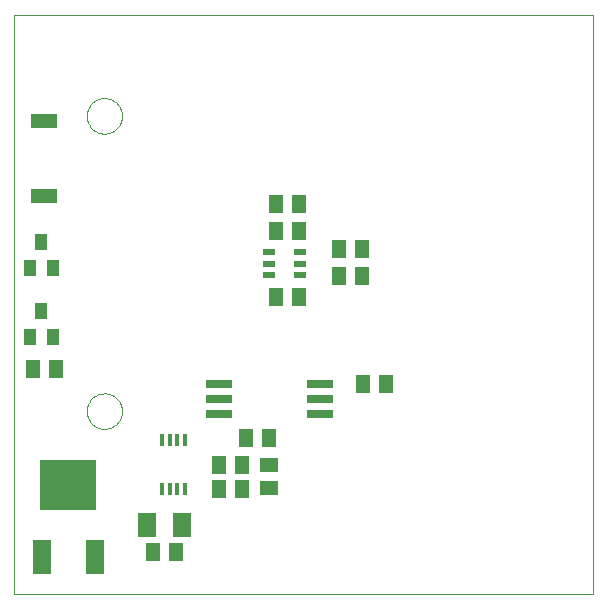
<source format=gbp>
G75*
%MOIN*%
%OFA0B0*%
%FSLAX24Y24*%
%IPPOS*%
%LPD*%
%AMOC8*
5,1,8,0,0,1.08239X$1,22.5*
%
%ADD10C,0.0000*%
%ADD11R,0.0512X0.0591*%
%ADD12R,0.0413X0.0236*%
%ADD13R,0.0850X0.0300*%
%ADD14R,0.0394X0.0551*%
%ADD15R,0.0850X0.0500*%
%ADD16R,0.0177X0.0394*%
%ADD17R,0.0591X0.0512*%
%ADD18R,0.0630X0.1181*%
%ADD19R,0.1900X0.1650*%
%ADD20R,0.0591X0.0787*%
D10*
X004062Y003000D02*
X004062Y022292D01*
X023353Y022292D01*
X023353Y003000D01*
X004062Y003000D01*
X006471Y009079D02*
X006473Y009127D01*
X006479Y009175D01*
X006489Y009222D01*
X006502Y009268D01*
X006520Y009313D01*
X006540Y009357D01*
X006565Y009399D01*
X006593Y009438D01*
X006623Y009475D01*
X006657Y009509D01*
X006694Y009541D01*
X006732Y009570D01*
X006773Y009595D01*
X006816Y009617D01*
X006861Y009635D01*
X006907Y009649D01*
X006954Y009660D01*
X007002Y009667D01*
X007050Y009670D01*
X007098Y009669D01*
X007146Y009664D01*
X007194Y009655D01*
X007240Y009643D01*
X007285Y009626D01*
X007329Y009606D01*
X007371Y009583D01*
X007411Y009556D01*
X007449Y009526D01*
X007484Y009493D01*
X007516Y009457D01*
X007546Y009419D01*
X007572Y009378D01*
X007594Y009335D01*
X007614Y009291D01*
X007629Y009246D01*
X007641Y009199D01*
X007649Y009151D01*
X007653Y009103D01*
X007653Y009055D01*
X007649Y009007D01*
X007641Y008959D01*
X007629Y008912D01*
X007614Y008867D01*
X007594Y008823D01*
X007572Y008780D01*
X007546Y008739D01*
X007516Y008701D01*
X007484Y008665D01*
X007449Y008632D01*
X007411Y008602D01*
X007371Y008575D01*
X007329Y008552D01*
X007285Y008532D01*
X007240Y008515D01*
X007194Y008503D01*
X007146Y008494D01*
X007098Y008489D01*
X007050Y008488D01*
X007002Y008491D01*
X006954Y008498D01*
X006907Y008509D01*
X006861Y008523D01*
X006816Y008541D01*
X006773Y008563D01*
X006732Y008588D01*
X006694Y008617D01*
X006657Y008649D01*
X006623Y008683D01*
X006593Y008720D01*
X006565Y008759D01*
X006540Y008801D01*
X006520Y008845D01*
X006502Y008890D01*
X006489Y008936D01*
X006479Y008983D01*
X006473Y009031D01*
X006471Y009079D01*
X006471Y018921D02*
X006473Y018969D01*
X006479Y019017D01*
X006489Y019064D01*
X006502Y019110D01*
X006520Y019155D01*
X006540Y019199D01*
X006565Y019241D01*
X006593Y019280D01*
X006623Y019317D01*
X006657Y019351D01*
X006694Y019383D01*
X006732Y019412D01*
X006773Y019437D01*
X006816Y019459D01*
X006861Y019477D01*
X006907Y019491D01*
X006954Y019502D01*
X007002Y019509D01*
X007050Y019512D01*
X007098Y019511D01*
X007146Y019506D01*
X007194Y019497D01*
X007240Y019485D01*
X007285Y019468D01*
X007329Y019448D01*
X007371Y019425D01*
X007411Y019398D01*
X007449Y019368D01*
X007484Y019335D01*
X007516Y019299D01*
X007546Y019261D01*
X007572Y019220D01*
X007594Y019177D01*
X007614Y019133D01*
X007629Y019088D01*
X007641Y019041D01*
X007649Y018993D01*
X007653Y018945D01*
X007653Y018897D01*
X007649Y018849D01*
X007641Y018801D01*
X007629Y018754D01*
X007614Y018709D01*
X007594Y018665D01*
X007572Y018622D01*
X007546Y018581D01*
X007516Y018543D01*
X007484Y018507D01*
X007449Y018474D01*
X007411Y018444D01*
X007371Y018417D01*
X007329Y018394D01*
X007285Y018374D01*
X007240Y018357D01*
X007194Y018345D01*
X007146Y018336D01*
X007098Y018331D01*
X007050Y018330D01*
X007002Y018333D01*
X006954Y018340D01*
X006907Y018351D01*
X006861Y018365D01*
X006816Y018383D01*
X006773Y018405D01*
X006732Y018430D01*
X006694Y018459D01*
X006657Y018491D01*
X006623Y018525D01*
X006593Y018562D01*
X006565Y018601D01*
X006540Y018643D01*
X006520Y018687D01*
X006502Y018732D01*
X006489Y018778D01*
X006479Y018825D01*
X006473Y018873D01*
X006471Y018921D01*
D11*
X012788Y016000D03*
X013536Y016000D03*
X013536Y015100D03*
X012788Y015100D03*
X014888Y014500D03*
X015636Y014500D03*
X015636Y013600D03*
X014888Y013600D03*
X013536Y012900D03*
X012788Y012900D03*
X015688Y010000D03*
X016436Y010000D03*
X012536Y008200D03*
X011788Y008200D03*
X011636Y007300D03*
X010888Y007300D03*
X010888Y006500D03*
X011636Y006500D03*
X009436Y004400D03*
X008688Y004400D03*
X005436Y010500D03*
X004688Y010500D03*
D12*
X012530Y013626D03*
X012530Y014000D03*
X012530Y014374D03*
X013593Y014374D03*
X013593Y014000D03*
X013593Y013626D03*
D13*
X014242Y010000D03*
X014242Y009500D03*
X014242Y009000D03*
X010882Y009000D03*
X010882Y009500D03*
X010882Y010000D03*
D14*
X005336Y011567D03*
X004588Y011567D03*
X004962Y012433D03*
X005336Y013867D03*
X004588Y013867D03*
X004962Y014733D03*
D15*
X005062Y016252D03*
X005062Y018748D03*
D16*
X008978Y008107D03*
X009234Y008107D03*
X009490Y008107D03*
X009746Y008107D03*
X009746Y006493D03*
X009490Y006493D03*
X009234Y006493D03*
X008978Y006493D03*
D17*
X012562Y006526D03*
X012562Y007274D03*
D18*
X006760Y004210D03*
X004964Y004210D03*
D19*
X005862Y006625D03*
D20*
X008471Y005300D03*
X009652Y005300D03*
M02*

</source>
